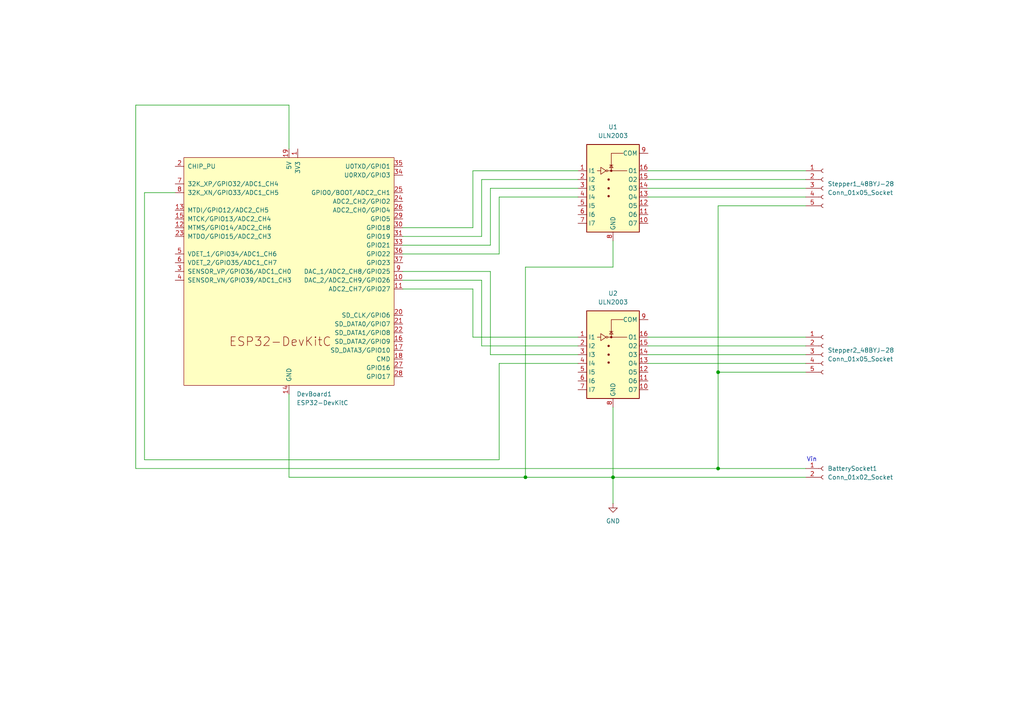
<source format=kicad_sch>
(kicad_sch
	(version 20231120)
	(generator "eeschema")
	(generator_version "8.0")
	(uuid "249b1823-d36b-4066-a894-3c9c5b875b6d")
	(paper "A4")
	(title_block
		(title "Assembly Line : Drone V1")
		(date "2024-03-05")
	)
	(lib_symbols
		(symbol "Connector:Conn_01x02_Socket"
			(pin_names
				(offset 1.016) hide)
			(exclude_from_sim no)
			(in_bom yes)
			(on_board yes)
			(property "Reference" "J"
				(at 0 2.54 0)
				(effects
					(font
						(size 1.27 1.27)
					)
				)
			)
			(property "Value" "Conn_01x02_Socket"
				(at 0 -5.08 0)
				(effects
					(font
						(size 1.27 1.27)
					)
				)
			)
			(property "Footprint" ""
				(at 0 0 0)
				(effects
					(font
						(size 1.27 1.27)
					)
					(hide yes)
				)
			)
			(property "Datasheet" "~"
				(at 0 0 0)
				(effects
					(font
						(size 1.27 1.27)
					)
					(hide yes)
				)
			)
			(property "Description" "Generic connector, single row, 01x02, script generated"
				(at 0 0 0)
				(effects
					(font
						(size 1.27 1.27)
					)
					(hide yes)
				)
			)
			(property "ki_locked" ""
				(at 0 0 0)
				(effects
					(font
						(size 1.27 1.27)
					)
				)
			)
			(property "ki_keywords" "connector"
				(at 0 0 0)
				(effects
					(font
						(size 1.27 1.27)
					)
					(hide yes)
				)
			)
			(property "ki_fp_filters" "Connector*:*_1x??_*"
				(at 0 0 0)
				(effects
					(font
						(size 1.27 1.27)
					)
					(hide yes)
				)
			)
			(symbol "Conn_01x02_Socket_1_1"
				(arc
					(start 0 -2.032)
					(mid -0.5058 -2.54)
					(end 0 -3.048)
					(stroke
						(width 0.1524)
						(type default)
					)
					(fill
						(type none)
					)
				)
				(polyline
					(pts
						(xy -1.27 -2.54) (xy -0.508 -2.54)
					)
					(stroke
						(width 0.1524)
						(type default)
					)
					(fill
						(type none)
					)
				)
				(polyline
					(pts
						(xy -1.27 0) (xy -0.508 0)
					)
					(stroke
						(width 0.1524)
						(type default)
					)
					(fill
						(type none)
					)
				)
				(arc
					(start 0 0.508)
					(mid -0.5058 0)
					(end 0 -0.508)
					(stroke
						(width 0.1524)
						(type default)
					)
					(fill
						(type none)
					)
				)
				(pin passive line
					(at -5.08 0 0)
					(length 3.81)
					(name "Pin_1"
						(effects
							(font
								(size 1.27 1.27)
							)
						)
					)
					(number "1"
						(effects
							(font
								(size 1.27 1.27)
							)
						)
					)
				)
				(pin passive line
					(at -5.08 -2.54 0)
					(length 3.81)
					(name "Pin_2"
						(effects
							(font
								(size 1.27 1.27)
							)
						)
					)
					(number "2"
						(effects
							(font
								(size 1.27 1.27)
							)
						)
					)
				)
			)
		)
		(symbol "Connector:Conn_01x05_Socket"
			(pin_names
				(offset 1.016) hide)
			(exclude_from_sim no)
			(in_bom yes)
			(on_board yes)
			(property "Reference" "J"
				(at 0 7.62 0)
				(effects
					(font
						(size 1.27 1.27)
					)
				)
			)
			(property "Value" "Conn_01x05_Socket"
				(at 0 -7.62 0)
				(effects
					(font
						(size 1.27 1.27)
					)
				)
			)
			(property "Footprint" ""
				(at 0 0 0)
				(effects
					(font
						(size 1.27 1.27)
					)
					(hide yes)
				)
			)
			(property "Datasheet" "~"
				(at 0 0 0)
				(effects
					(font
						(size 1.27 1.27)
					)
					(hide yes)
				)
			)
			(property "Description" "Generic connector, single row, 01x05, script generated"
				(at 0 0 0)
				(effects
					(font
						(size 1.27 1.27)
					)
					(hide yes)
				)
			)
			(property "ki_locked" ""
				(at 0 0 0)
				(effects
					(font
						(size 1.27 1.27)
					)
				)
			)
			(property "ki_keywords" "connector"
				(at 0 0 0)
				(effects
					(font
						(size 1.27 1.27)
					)
					(hide yes)
				)
			)
			(property "ki_fp_filters" "Connector*:*_1x??_*"
				(at 0 0 0)
				(effects
					(font
						(size 1.27 1.27)
					)
					(hide yes)
				)
			)
			(symbol "Conn_01x05_Socket_1_1"
				(arc
					(start 0 -4.572)
					(mid -0.5058 -5.08)
					(end 0 -5.588)
					(stroke
						(width 0.1524)
						(type default)
					)
					(fill
						(type none)
					)
				)
				(arc
					(start 0 -2.032)
					(mid -0.5058 -2.54)
					(end 0 -3.048)
					(stroke
						(width 0.1524)
						(type default)
					)
					(fill
						(type none)
					)
				)
				(polyline
					(pts
						(xy -1.27 -5.08) (xy -0.508 -5.08)
					)
					(stroke
						(width 0.1524)
						(type default)
					)
					(fill
						(type none)
					)
				)
				(polyline
					(pts
						(xy -1.27 -2.54) (xy -0.508 -2.54)
					)
					(stroke
						(width 0.1524)
						(type default)
					)
					(fill
						(type none)
					)
				)
				(polyline
					(pts
						(xy -1.27 0) (xy -0.508 0)
					)
					(stroke
						(width 0.1524)
						(type default)
					)
					(fill
						(type none)
					)
				)
				(polyline
					(pts
						(xy -1.27 2.54) (xy -0.508 2.54)
					)
					(stroke
						(width 0.1524)
						(type default)
					)
					(fill
						(type none)
					)
				)
				(polyline
					(pts
						(xy -1.27 5.08) (xy -0.508 5.08)
					)
					(stroke
						(width 0.1524)
						(type default)
					)
					(fill
						(type none)
					)
				)
				(arc
					(start 0 0.508)
					(mid -0.5058 0)
					(end 0 -0.508)
					(stroke
						(width 0.1524)
						(type default)
					)
					(fill
						(type none)
					)
				)
				(arc
					(start 0 3.048)
					(mid -0.5058 2.54)
					(end 0 2.032)
					(stroke
						(width 0.1524)
						(type default)
					)
					(fill
						(type none)
					)
				)
				(arc
					(start 0 5.588)
					(mid -0.5058 5.08)
					(end 0 4.572)
					(stroke
						(width 0.1524)
						(type default)
					)
					(fill
						(type none)
					)
				)
				(pin passive line
					(at -5.08 5.08 0)
					(length 3.81)
					(name "Pin_1"
						(effects
							(font
								(size 1.27 1.27)
							)
						)
					)
					(number "1"
						(effects
							(font
								(size 1.27 1.27)
							)
						)
					)
				)
				(pin passive line
					(at -5.08 2.54 0)
					(length 3.81)
					(name "Pin_2"
						(effects
							(font
								(size 1.27 1.27)
							)
						)
					)
					(number "2"
						(effects
							(font
								(size 1.27 1.27)
							)
						)
					)
				)
				(pin passive line
					(at -5.08 0 0)
					(length 3.81)
					(name "Pin_3"
						(effects
							(font
								(size 1.27 1.27)
							)
						)
					)
					(number "3"
						(effects
							(font
								(size 1.27 1.27)
							)
						)
					)
				)
				(pin passive line
					(at -5.08 -2.54 0)
					(length 3.81)
					(name "Pin_4"
						(effects
							(font
								(size 1.27 1.27)
							)
						)
					)
					(number "4"
						(effects
							(font
								(size 1.27 1.27)
							)
						)
					)
				)
				(pin passive line
					(at -5.08 -5.08 0)
					(length 3.81)
					(name "Pin_5"
						(effects
							(font
								(size 1.27 1.27)
							)
						)
					)
					(number "5"
						(effects
							(font
								(size 1.27 1.27)
							)
						)
					)
				)
			)
		)
		(symbol "PCM_Espressif:ESP32-DevKitC"
			(pin_names
				(offset 1.016)
			)
			(exclude_from_sim no)
			(in_bom yes)
			(on_board yes)
			(property "Reference" "U"
				(at -30.48 38.1 0)
				(effects
					(font
						(size 1.27 1.27)
					)
					(justify left)
				)
			)
			(property "Value" "ESP32-DevKitC"
				(at -30.48 35.56 0)
				(effects
					(font
						(size 1.27 1.27)
					)
					(justify left)
				)
			)
			(property "Footprint" "PCM_Espressif:ESP32-DevKitC"
				(at 0 -43.18 0)
				(effects
					(font
						(size 1.27 1.27)
					)
					(hide yes)
				)
			)
			(property "Datasheet" "https://docs.espressif.com/projects/esp-idf/zh_CN/latest/esp32/hw-reference/esp32/get-started-devkitc.html"
				(at 0 -45.72 0)
				(effects
					(font
						(size 1.27 1.27)
					)
					(hide yes)
				)
			)
			(property "Description" "Development Kit"
				(at 0 0 0)
				(effects
					(font
						(size 1.27 1.27)
					)
					(hide yes)
				)
			)
			(property "ki_keywords" "ESP32"
				(at 0 0 0)
				(effects
					(font
						(size 1.27 1.27)
					)
					(hide yes)
				)
			)
			(symbol "ESP32-DevKitC_0_0"
				(text "ESP32-DevKitC"
					(at -2.54 -20.32 0)
					(effects
						(font
							(size 2.54 2.54)
						)
					)
				)
				(pin power_in line
					(at 0 -35.56 90)
					(length 2.54)
					(name "GND"
						(effects
							(font
								(size 1.27 1.27)
							)
						)
					)
					(number "14"
						(effects
							(font
								(size 1.27 1.27)
							)
						)
					)
				)
				(pin power_in line
					(at 0 35.56 270)
					(length 2.54)
					(name "5V"
						(effects
							(font
								(size 1.27 1.27)
							)
						)
					)
					(number "19"
						(effects
							(font
								(size 1.27 1.27)
							)
						)
					)
				)
			)
			(symbol "ESP32-DevKitC_0_1"
				(rectangle
					(start -30.48 33.02)
					(end 30.48 -33.02)
					(stroke
						(width 0)
						(type default)
					)
					(fill
						(type background)
					)
				)
			)
			(symbol "ESP32-DevKitC_1_1"
				(pin power_in line
					(at 2.54 35.56 270)
					(length 2.54)
					(name "3V3"
						(effects
							(font
								(size 1.27 1.27)
							)
						)
					)
					(number "1"
						(effects
							(font
								(size 1.27 1.27)
							)
						)
					)
				)
				(pin bidirectional line
					(at 33.02 -2.54 180)
					(length 2.54)
					(name "DAC_2/ADC2_CH9/GPIO26"
						(effects
							(font
								(size 1.27 1.27)
							)
						)
					)
					(number "10"
						(effects
							(font
								(size 1.27 1.27)
							)
						)
					)
				)
				(pin bidirectional line
					(at 33.02 -5.08 180)
					(length 2.54)
					(name "ADC2_CH7/GPIO27"
						(effects
							(font
								(size 1.27 1.27)
							)
						)
					)
					(number "11"
						(effects
							(font
								(size 1.27 1.27)
							)
						)
					)
				)
				(pin bidirectional line
					(at -33.02 12.7 0)
					(length 2.54)
					(name "MTMS/GPIO14/ADC2_CH6"
						(effects
							(font
								(size 1.27 1.27)
							)
						)
					)
					(number "12"
						(effects
							(font
								(size 1.27 1.27)
							)
						)
					)
				)
				(pin bidirectional line
					(at -33.02 17.78 0)
					(length 2.54)
					(name "MTDI/GPIO12/ADC2_CH5"
						(effects
							(font
								(size 1.27 1.27)
							)
						)
					)
					(number "13"
						(effects
							(font
								(size 1.27 1.27)
							)
						)
					)
				)
				(pin bidirectional line
					(at -33.02 15.24 0)
					(length 2.54)
					(name "MTCK/GPIO13/ADC2_CH4"
						(effects
							(font
								(size 1.27 1.27)
							)
						)
					)
					(number "15"
						(effects
							(font
								(size 1.27 1.27)
							)
						)
					)
				)
				(pin bidirectional line
					(at 33.02 -20.32 180)
					(length 2.54)
					(name "SD_DATA2/GPIO9"
						(effects
							(font
								(size 1.27 1.27)
							)
						)
					)
					(number "16"
						(effects
							(font
								(size 1.27 1.27)
							)
						)
					)
				)
				(pin bidirectional line
					(at 33.02 -22.86 180)
					(length 2.54)
					(name "SD_DATA3/GPIO10"
						(effects
							(font
								(size 1.27 1.27)
							)
						)
					)
					(number "17"
						(effects
							(font
								(size 1.27 1.27)
							)
						)
					)
				)
				(pin bidirectional line
					(at 33.02 -25.4 180)
					(length 2.54)
					(name "CMD"
						(effects
							(font
								(size 1.27 1.27)
							)
						)
					)
					(number "18"
						(effects
							(font
								(size 1.27 1.27)
							)
						)
					)
				)
				(pin input line
					(at -33.02 30.48 0)
					(length 2.54)
					(name "CHIP_PU"
						(effects
							(font
								(size 1.27 1.27)
							)
						)
					)
					(number "2"
						(effects
							(font
								(size 1.27 1.27)
							)
						)
					)
				)
				(pin bidirectional line
					(at 33.02 -12.7 180)
					(length 2.54)
					(name "SD_CLK/GPIO6"
						(effects
							(font
								(size 1.27 1.27)
							)
						)
					)
					(number "20"
						(effects
							(font
								(size 1.27 1.27)
							)
						)
					)
				)
				(pin bidirectional line
					(at 33.02 -15.24 180)
					(length 2.54)
					(name "SD_DATA0/GPIO7"
						(effects
							(font
								(size 1.27 1.27)
							)
						)
					)
					(number "21"
						(effects
							(font
								(size 1.27 1.27)
							)
						)
					)
				)
				(pin bidirectional line
					(at 33.02 -17.78 180)
					(length 2.54)
					(name "SD_DATA1/GPIO8"
						(effects
							(font
								(size 1.27 1.27)
							)
						)
					)
					(number "22"
						(effects
							(font
								(size 1.27 1.27)
							)
						)
					)
				)
				(pin bidirectional line
					(at -33.02 10.16 0)
					(length 2.54)
					(name "MTDO/GPIO15/ADC2_CH3"
						(effects
							(font
								(size 1.27 1.27)
							)
						)
					)
					(number "23"
						(effects
							(font
								(size 1.27 1.27)
							)
						)
					)
				)
				(pin bidirectional line
					(at 33.02 20.32 180)
					(length 2.54)
					(name "ADC2_CH2/GPIO2"
						(effects
							(font
								(size 1.27 1.27)
							)
						)
					)
					(number "24"
						(effects
							(font
								(size 1.27 1.27)
							)
						)
					)
				)
				(pin bidirectional line
					(at 33.02 22.86 180)
					(length 2.54)
					(name "GPIO0/BOOT/ADC2_CH1"
						(effects
							(font
								(size 1.27 1.27)
							)
						)
					)
					(number "25"
						(effects
							(font
								(size 1.27 1.27)
							)
						)
					)
				)
				(pin bidirectional line
					(at 33.02 17.78 180)
					(length 2.54)
					(name "ADC2_CH0/GPIO4"
						(effects
							(font
								(size 1.27 1.27)
							)
						)
					)
					(number "26"
						(effects
							(font
								(size 1.27 1.27)
							)
						)
					)
				)
				(pin bidirectional line
					(at 33.02 -27.94 180)
					(length 2.54)
					(name "GPIO16"
						(effects
							(font
								(size 1.27 1.27)
							)
						)
					)
					(number "27"
						(effects
							(font
								(size 1.27 1.27)
							)
						)
					)
				)
				(pin bidirectional line
					(at 33.02 -30.48 180)
					(length 2.54)
					(name "GPIO17"
						(effects
							(font
								(size 1.27 1.27)
							)
						)
					)
					(number "28"
						(effects
							(font
								(size 1.27 1.27)
							)
						)
					)
				)
				(pin bidirectional line
					(at 33.02 15.24 180)
					(length 2.54)
					(name "GPIO5"
						(effects
							(font
								(size 1.27 1.27)
							)
						)
					)
					(number "29"
						(effects
							(font
								(size 1.27 1.27)
							)
						)
					)
				)
				(pin input line
					(at -33.02 0 0)
					(length 2.54)
					(name "SENSOR_VP/GPIO36/ADC1_CH0"
						(effects
							(font
								(size 1.27 1.27)
							)
						)
					)
					(number "3"
						(effects
							(font
								(size 1.27 1.27)
							)
						)
					)
				)
				(pin bidirectional line
					(at 33.02 12.7 180)
					(length 2.54)
					(name "GPIO18"
						(effects
							(font
								(size 1.27 1.27)
							)
						)
					)
					(number "30"
						(effects
							(font
								(size 1.27 1.27)
							)
						)
					)
				)
				(pin bidirectional line
					(at 33.02 10.16 180)
					(length 2.54)
					(name "GPIO19"
						(effects
							(font
								(size 1.27 1.27)
							)
						)
					)
					(number "31"
						(effects
							(font
								(size 1.27 1.27)
							)
						)
					)
				)
				(pin passive line
					(at 0 -35.56 90)
					(length 2.54) hide
					(name "GND"
						(effects
							(font
								(size 1.27 1.27)
							)
						)
					)
					(number "32"
						(effects
							(font
								(size 1.27 1.27)
							)
						)
					)
				)
				(pin bidirectional line
					(at 33.02 7.62 180)
					(length 2.54)
					(name "GPIO21"
						(effects
							(font
								(size 1.27 1.27)
							)
						)
					)
					(number "33"
						(effects
							(font
								(size 1.27 1.27)
							)
						)
					)
				)
				(pin bidirectional line
					(at 33.02 27.94 180)
					(length 2.54)
					(name "U0RXD/GPIO3"
						(effects
							(font
								(size 1.27 1.27)
							)
						)
					)
					(number "34"
						(effects
							(font
								(size 1.27 1.27)
							)
						)
					)
				)
				(pin bidirectional line
					(at 33.02 30.48 180)
					(length 2.54)
					(name "U0TXD/GPIO1"
						(effects
							(font
								(size 1.27 1.27)
							)
						)
					)
					(number "35"
						(effects
							(font
								(size 1.27 1.27)
							)
						)
					)
				)
				(pin bidirectional line
					(at 33.02 5.08 180)
					(length 2.54)
					(name "GPIO22"
						(effects
							(font
								(size 1.27 1.27)
							)
						)
					)
					(number "36"
						(effects
							(font
								(size 1.27 1.27)
							)
						)
					)
				)
				(pin bidirectional line
					(at 33.02 2.54 180)
					(length 2.54)
					(name "GPIO23"
						(effects
							(font
								(size 1.27 1.27)
							)
						)
					)
					(number "37"
						(effects
							(font
								(size 1.27 1.27)
							)
						)
					)
				)
				(pin passive line
					(at 0 -35.56 90)
					(length 2.54) hide
					(name "GND"
						(effects
							(font
								(size 1.27 1.27)
							)
						)
					)
					(number "38"
						(effects
							(font
								(size 1.27 1.27)
							)
						)
					)
				)
				(pin input line
					(at -33.02 -2.54 0)
					(length 2.54)
					(name "SENSOR_VN/GPIO39/ADC1_CH3"
						(effects
							(font
								(size 1.27 1.27)
							)
						)
					)
					(number "4"
						(effects
							(font
								(size 1.27 1.27)
							)
						)
					)
				)
				(pin input line
					(at -33.02 5.08 0)
					(length 2.54)
					(name "VDET_1/GPIO34/ADC1_CH6"
						(effects
							(font
								(size 1.27 1.27)
							)
						)
					)
					(number "5"
						(effects
							(font
								(size 1.27 1.27)
							)
						)
					)
				)
				(pin input line
					(at -33.02 2.54 0)
					(length 2.54)
					(name "VDET_2/GPIO35/ADC1_CH7"
						(effects
							(font
								(size 1.27 1.27)
							)
						)
					)
					(number "6"
						(effects
							(font
								(size 1.27 1.27)
							)
						)
					)
				)
				(pin bidirectional line
					(at -33.02 25.4 0)
					(length 2.54)
					(name "32K_XP/GPIO32/ADC1_CH4"
						(effects
							(font
								(size 1.27 1.27)
							)
						)
					)
					(number "7"
						(effects
							(font
								(size 1.27 1.27)
							)
						)
					)
				)
				(pin bidirectional line
					(at -33.02 22.86 0)
					(length 2.54)
					(name "32K_XN/GPIO33/ADC1_CH5"
						(effects
							(font
								(size 1.27 1.27)
							)
						)
					)
					(number "8"
						(effects
							(font
								(size 1.27 1.27)
							)
						)
					)
				)
				(pin bidirectional line
					(at 33.02 0 180)
					(length 2.54)
					(name "DAC_1/ADC2_CH8/GPIO25"
						(effects
							(font
								(size 1.27 1.27)
							)
						)
					)
					(number "9"
						(effects
							(font
								(size 1.27 1.27)
							)
						)
					)
				)
			)
		)
		(symbol "Transistor_Array:ULN2003"
			(exclude_from_sim no)
			(in_bom yes)
			(on_board yes)
			(property "Reference" "U"
				(at 0 15.875 0)
				(effects
					(font
						(size 1.27 1.27)
					)
				)
			)
			(property "Value" "ULN2003"
				(at 0 13.97 0)
				(effects
					(font
						(size 1.27 1.27)
					)
				)
			)
			(property "Footprint" ""
				(at 1.27 -13.97 0)
				(effects
					(font
						(size 1.27 1.27)
					)
					(justify left)
					(hide yes)
				)
			)
			(property "Datasheet" "http://www.ti.com/lit/ds/symlink/uln2003a.pdf"
				(at 2.54 -5.08 0)
				(effects
					(font
						(size 1.27 1.27)
					)
					(hide yes)
				)
			)
			(property "Description" "High Voltage, High Current Darlington Transistor Arrays, SOIC16/SOIC16W/DIP16/TSSOP16"
				(at 0 0 0)
				(effects
					(font
						(size 1.27 1.27)
					)
					(hide yes)
				)
			)
			(property "ki_keywords" "darlington transistor array"
				(at 0 0 0)
				(effects
					(font
						(size 1.27 1.27)
					)
					(hide yes)
				)
			)
			(property "ki_fp_filters" "DIP*W7.62mm* SOIC*3.9x9.9mm*P1.27mm* SSOP*4.4x5.2mm*P0.65mm* TSSOP*4.4x5mm*P0.65mm* SOIC*W*5.3x10.2mm*P1.27mm*"
				(at 0 0 0)
				(effects
					(font
						(size 1.27 1.27)
					)
					(hide yes)
				)
			)
			(symbol "ULN2003_0_1"
				(rectangle
					(start -7.62 -12.7)
					(end 7.62 12.7)
					(stroke
						(width 0.254)
						(type default)
					)
					(fill
						(type background)
					)
				)
				(circle
					(center -1.778 5.08)
					(radius 0.254)
					(stroke
						(width 0)
						(type default)
					)
					(fill
						(type none)
					)
				)
				(circle
					(center -1.27 -2.286)
					(radius 0.254)
					(stroke
						(width 0)
						(type default)
					)
					(fill
						(type outline)
					)
				)
				(circle
					(center -1.27 0)
					(radius 0.254)
					(stroke
						(width 0)
						(type default)
					)
					(fill
						(type outline)
					)
				)
				(circle
					(center -1.27 2.54)
					(radius 0.254)
					(stroke
						(width 0)
						(type default)
					)
					(fill
						(type outline)
					)
				)
				(circle
					(center -0.508 5.08)
					(radius 0.254)
					(stroke
						(width 0)
						(type default)
					)
					(fill
						(type outline)
					)
				)
				(polyline
					(pts
						(xy -4.572 5.08) (xy -3.556 5.08)
					)
					(stroke
						(width 0)
						(type default)
					)
					(fill
						(type none)
					)
				)
				(polyline
					(pts
						(xy -1.524 5.08) (xy 4.064 5.08)
					)
					(stroke
						(width 0)
						(type default)
					)
					(fill
						(type none)
					)
				)
				(polyline
					(pts
						(xy 0 6.731) (xy -1.016 6.731)
					)
					(stroke
						(width 0)
						(type default)
					)
					(fill
						(type none)
					)
				)
				(polyline
					(pts
						(xy -0.508 5.08) (xy -0.508 10.16) (xy 2.921 10.16)
					)
					(stroke
						(width 0)
						(type default)
					)
					(fill
						(type none)
					)
				)
				(polyline
					(pts
						(xy -3.556 6.096) (xy -3.556 4.064) (xy -2.032 5.08) (xy -3.556 6.096)
					)
					(stroke
						(width 0)
						(type default)
					)
					(fill
						(type none)
					)
				)
				(polyline
					(pts
						(xy 0 5.969) (xy -1.016 5.969) (xy -0.508 6.731) (xy 0 5.969)
					)
					(stroke
						(width 0)
						(type default)
					)
					(fill
						(type none)
					)
				)
			)
			(symbol "ULN2003_1_1"
				(pin input line
					(at -10.16 5.08 0)
					(length 2.54)
					(name "I1"
						(effects
							(font
								(size 1.27 1.27)
							)
						)
					)
					(number "1"
						(effects
							(font
								(size 1.27 1.27)
							)
						)
					)
				)
				(pin open_collector line
					(at 10.16 -10.16 180)
					(length 2.54)
					(name "O7"
						(effects
							(font
								(size 1.27 1.27)
							)
						)
					)
					(number "10"
						(effects
							(font
								(size 1.27 1.27)
							)
						)
					)
				)
				(pin open_collector line
					(at 10.16 -7.62 180)
					(length 2.54)
					(name "O6"
						(effects
							(font
								(size 1.27 1.27)
							)
						)
					)
					(number "11"
						(effects
							(font
								(size 1.27 1.27)
							)
						)
					)
				)
				(pin open_collector line
					(at 10.16 -5.08 180)
					(length 2.54)
					(name "O5"
						(effects
							(font
								(size 1.27 1.27)
							)
						)
					)
					(number "12"
						(effects
							(font
								(size 1.27 1.27)
							)
						)
					)
				)
				(pin open_collector line
					(at 10.16 -2.54 180)
					(length 2.54)
					(name "O4"
						(effects
							(font
								(size 1.27 1.27)
							)
						)
					)
					(number "13"
						(effects
							(font
								(size 1.27 1.27)
							)
						)
					)
				)
				(pin open_collector line
					(at 10.16 0 180)
					(length 2.54)
					(name "O3"
						(effects
							(font
								(size 1.27 1.27)
							)
						)
					)
					(number "14"
						(effects
							(font
								(size 1.27 1.27)
							)
						)
					)
				)
				(pin open_collector line
					(at 10.16 2.54 180)
					(length 2.54)
					(name "O2"
						(effects
							(font
								(size 1.27 1.27)
							)
						)
					)
					(number "15"
						(effects
							(font
								(size 1.27 1.27)
							)
						)
					)
				)
				(pin open_collector line
					(at 10.16 5.08 180)
					(length 2.54)
					(name "O1"
						(effects
							(font
								(size 1.27 1.27)
							)
						)
					)
					(number "16"
						(effects
							(font
								(size 1.27 1.27)
							)
						)
					)
				)
				(pin input line
					(at -10.16 2.54 0)
					(length 2.54)
					(name "I2"
						(effects
							(font
								(size 1.27 1.27)
							)
						)
					)
					(number "2"
						(effects
							(font
								(size 1.27 1.27)
							)
						)
					)
				)
				(pin input line
					(at -10.16 0 0)
					(length 2.54)
					(name "I3"
						(effects
							(font
								(size 1.27 1.27)
							)
						)
					)
					(number "3"
						(effects
							(font
								(size 1.27 1.27)
							)
						)
					)
				)
				(pin input line
					(at -10.16 -2.54 0)
					(length 2.54)
					(name "I4"
						(effects
							(font
								(size 1.27 1.27)
							)
						)
					)
					(number "4"
						(effects
							(font
								(size 1.27 1.27)
							)
						)
					)
				)
				(pin input line
					(at -10.16 -5.08 0)
					(length 2.54)
					(name "I5"
						(effects
							(font
								(size 1.27 1.27)
							)
						)
					)
					(number "5"
						(effects
							(font
								(size 1.27 1.27)
							)
						)
					)
				)
				(pin input line
					(at -10.16 -7.62 0)
					(length 2.54)
					(name "I6"
						(effects
							(font
								(size 1.27 1.27)
							)
						)
					)
					(number "6"
						(effects
							(font
								(size 1.27 1.27)
							)
						)
					)
				)
				(pin input line
					(at -10.16 -10.16 0)
					(length 2.54)
					(name "I7"
						(effects
							(font
								(size 1.27 1.27)
							)
						)
					)
					(number "7"
						(effects
							(font
								(size 1.27 1.27)
							)
						)
					)
				)
				(pin power_in line
					(at 0 -15.24 90)
					(length 2.54)
					(name "GND"
						(effects
							(font
								(size 1.27 1.27)
							)
						)
					)
					(number "8"
						(effects
							(font
								(size 1.27 1.27)
							)
						)
					)
				)
				(pin passive line
					(at 10.16 10.16 180)
					(length 2.54)
					(name "COM"
						(effects
							(font
								(size 1.27 1.27)
							)
						)
					)
					(number "9"
						(effects
							(font
								(size 1.27 1.27)
							)
						)
					)
				)
			)
		)
		(symbol "power:GND"
			(power)
			(pin_numbers hide)
			(pin_names
				(offset 0) hide)
			(exclude_from_sim no)
			(in_bom yes)
			(on_board yes)
			(property "Reference" "#PWR"
				(at 0 -6.35 0)
				(effects
					(font
						(size 1.27 1.27)
					)
					(hide yes)
				)
			)
			(property "Value" "GND"
				(at 0 -3.81 0)
				(effects
					(font
						(size 1.27 1.27)
					)
				)
			)
			(property "Footprint" ""
				(at 0 0 0)
				(effects
					(font
						(size 1.27 1.27)
					)
					(hide yes)
				)
			)
			(property "Datasheet" ""
				(at 0 0 0)
				(effects
					(font
						(size 1.27 1.27)
					)
					(hide yes)
				)
			)
			(property "Description" "Power symbol creates a global label with name \"GND\" , ground"
				(at 0 0 0)
				(effects
					(font
						(size 1.27 1.27)
					)
					(hide yes)
				)
			)
			(property "ki_keywords" "global power"
				(at 0 0 0)
				(effects
					(font
						(size 1.27 1.27)
					)
					(hide yes)
				)
			)
			(symbol "GND_0_1"
				(polyline
					(pts
						(xy 0 0) (xy 0 -1.27) (xy 1.27 -1.27) (xy 0 -2.54) (xy -1.27 -1.27) (xy 0 -1.27)
					)
					(stroke
						(width 0)
						(type default)
					)
					(fill
						(type none)
					)
				)
			)
			(symbol "GND_1_1"
				(pin power_in line
					(at 0 0 270)
					(length 0)
					(name "~"
						(effects
							(font
								(size 1.27 1.27)
							)
						)
					)
					(number "1"
						(effects
							(font
								(size 1.27 1.27)
							)
						)
					)
				)
			)
		)
	)
	(junction
		(at 152.4 138.43)
		(diameter 0)
		(color 0 0 0 0)
		(uuid "4d46a775-337d-4909-8beb-7879a73ae362")
	)
	(junction
		(at 208.28 135.89)
		(diameter 0)
		(color 0 0 0 0)
		(uuid "5ff5ed2a-72bb-4312-b266-78a8e5ab12fa")
	)
	(junction
		(at 177.8 138.43)
		(diameter 0)
		(color 0 0 0 0)
		(uuid "9552b5ea-9506-4d92-a31b-ce9ecc0213ff")
	)
	(junction
		(at 208.28 107.95)
		(diameter 0)
		(color 0 0 0 0)
		(uuid "b228597c-b08c-46b8-9847-ed67a38280c5")
	)
	(wire
		(pts
			(xy 152.4 77.47) (xy 152.4 138.43)
		)
		(stroke
			(width 0)
			(type default)
		)
		(uuid "06755c65-ac62-420f-887b-8011bd2014b9")
	)
	(wire
		(pts
			(xy 144.78 57.15) (xy 167.64 57.15)
		)
		(stroke
			(width 0)
			(type default)
		)
		(uuid "08634318-9948-4e9b-9ce0-6fa3a5c77c39")
	)
	(wire
		(pts
			(xy 142.24 78.74) (xy 116.84 78.74)
		)
		(stroke
			(width 0)
			(type default)
		)
		(uuid "1125d3a2-a8db-4888-98be-c27a09e0a1a4")
	)
	(wire
		(pts
			(xy 39.37 135.89) (xy 39.37 30.48)
		)
		(stroke
			(width 0)
			(type default)
		)
		(uuid "179c4c56-1619-40d8-8941-3d50f1ab5fbb")
	)
	(wire
		(pts
			(xy 187.96 105.41) (xy 233.68 105.41)
		)
		(stroke
			(width 0)
			(type default)
		)
		(uuid "21e06c2f-8f79-41d4-8aeb-2a82bacfb38f")
	)
	(wire
		(pts
			(xy 167.64 102.87) (xy 142.24 102.87)
		)
		(stroke
			(width 0)
			(type default)
		)
		(uuid "26cc8c03-9b3b-4799-924a-c6e7aaf310d3")
	)
	(wire
		(pts
			(xy 167.64 105.41) (xy 144.78 105.41)
		)
		(stroke
			(width 0)
			(type default)
		)
		(uuid "2a706b1f-28cf-40fc-aa30-f08b89b332bc")
	)
	(wire
		(pts
			(xy 144.78 105.41) (xy 144.78 133.35)
		)
		(stroke
			(width 0)
			(type default)
		)
		(uuid "2f9290a6-ff69-46a9-bdef-eb96fa79f8f8")
	)
	(wire
		(pts
			(xy 139.7 100.33) (xy 167.64 100.33)
		)
		(stroke
			(width 0)
			(type default)
		)
		(uuid "2fa134de-e9fb-4ee6-871c-eec71abd4322")
	)
	(wire
		(pts
			(xy 187.96 49.53) (xy 233.68 49.53)
		)
		(stroke
			(width 0)
			(type default)
		)
		(uuid "352b1a57-76f4-4f00-bded-2239f3b448da")
	)
	(wire
		(pts
			(xy 39.37 30.48) (xy 83.82 30.48)
		)
		(stroke
			(width 0)
			(type default)
		)
		(uuid "3576f053-e60a-4783-a692-2bc9e22d48b0")
	)
	(wire
		(pts
			(xy 187.96 52.07) (xy 233.68 52.07)
		)
		(stroke
			(width 0)
			(type default)
		)
		(uuid "38732bb3-c2ff-4364-9876-14a192255077")
	)
	(wire
		(pts
			(xy 187.96 102.87) (xy 233.68 102.87)
		)
		(stroke
			(width 0)
			(type default)
		)
		(uuid "40804863-edfb-4803-949b-6f3bc5f8bd56")
	)
	(wire
		(pts
			(xy 83.82 30.48) (xy 83.82 43.18)
		)
		(stroke
			(width 0)
			(type default)
		)
		(uuid "44e7a6ba-9c6c-47ee-a8ec-2b84b9d5d21d")
	)
	(wire
		(pts
			(xy 177.8 138.43) (xy 177.8 118.11)
		)
		(stroke
			(width 0)
			(type default)
		)
		(uuid "460918e6-27c4-46ba-95e1-92b193923d6c")
	)
	(wire
		(pts
			(xy 116.84 81.28) (xy 139.7 81.28)
		)
		(stroke
			(width 0)
			(type default)
		)
		(uuid "4a33785f-7a0a-4943-831b-c3df5c18673f")
	)
	(wire
		(pts
			(xy 142.24 54.61) (xy 167.64 54.61)
		)
		(stroke
			(width 0)
			(type default)
		)
		(uuid "4d7b00db-982c-497d-88fa-c0ca2dda51f7")
	)
	(wire
		(pts
			(xy 116.84 66.04) (xy 137.16 66.04)
		)
		(stroke
			(width 0)
			(type default)
		)
		(uuid "523f31f4-ca27-422d-95e9-befeed378b15")
	)
	(wire
		(pts
			(xy 152.4 138.43) (xy 177.8 138.43)
		)
		(stroke
			(width 0)
			(type default)
		)
		(uuid "5c8744d6-ffaa-4eaa-bb1e-4bbcd4fd92cc")
	)
	(wire
		(pts
			(xy 187.96 57.15) (xy 233.68 57.15)
		)
		(stroke
			(width 0)
			(type default)
		)
		(uuid "62817f15-2228-44d6-a27a-ed28ad69438a")
	)
	(wire
		(pts
			(xy 137.16 66.04) (xy 137.16 49.53)
		)
		(stroke
			(width 0)
			(type default)
		)
		(uuid "6732966c-6a9a-4ce4-be6d-5e1e68efcfff")
	)
	(wire
		(pts
			(xy 208.28 135.89) (xy 208.28 107.95)
		)
		(stroke
			(width 0)
			(type default)
		)
		(uuid "6964c87f-55a8-4a8c-974b-4476441e1fcd")
	)
	(wire
		(pts
			(xy 41.91 55.88) (xy 50.8 55.88)
		)
		(stroke
			(width 0)
			(type default)
		)
		(uuid "6b171699-4c5d-4121-a0d1-092acaee0570")
	)
	(wire
		(pts
			(xy 137.16 49.53) (xy 167.64 49.53)
		)
		(stroke
			(width 0)
			(type default)
		)
		(uuid "6cf4315d-b271-4d8b-8d97-e0f9bb18d3a8")
	)
	(wire
		(pts
			(xy 139.7 52.07) (xy 139.7 68.58)
		)
		(stroke
			(width 0)
			(type default)
		)
		(uuid "6dc08d8b-1698-4c44-b759-50d0d57cf9f0")
	)
	(wire
		(pts
			(xy 208.28 59.69) (xy 233.68 59.69)
		)
		(stroke
			(width 0)
			(type default)
		)
		(uuid "73e2bb08-370d-4d4e-b34a-ef6728005af7")
	)
	(wire
		(pts
			(xy 116.84 71.12) (xy 142.24 71.12)
		)
		(stroke
			(width 0)
			(type default)
		)
		(uuid "7489d570-c18d-40e0-8d72-c57dbcfa7d61")
	)
	(wire
		(pts
			(xy 177.8 138.43) (xy 177.8 146.05)
		)
		(stroke
			(width 0)
			(type default)
		)
		(uuid "7c358052-be45-4dc0-a3eb-61229aedbb38")
	)
	(wire
		(pts
			(xy 41.91 133.35) (xy 41.91 55.88)
		)
		(stroke
			(width 0)
			(type default)
		)
		(uuid "7f3ce9b5-410f-40bf-9d5c-450c867626e1")
	)
	(wire
		(pts
			(xy 187.96 54.61) (xy 233.68 54.61)
		)
		(stroke
			(width 0)
			(type default)
		)
		(uuid "80882511-dbb7-46ad-be54-11ed260c73c6")
	)
	(wire
		(pts
			(xy 137.16 83.82) (xy 116.84 83.82)
		)
		(stroke
			(width 0)
			(type default)
		)
		(uuid "878be9bd-404d-474a-ae7b-9122bd24cc90")
	)
	(wire
		(pts
			(xy 144.78 73.66) (xy 116.84 73.66)
		)
		(stroke
			(width 0)
			(type default)
		)
		(uuid "8a8c6c5d-0151-447a-839b-53c2ded4052b")
	)
	(wire
		(pts
			(xy 144.78 133.35) (xy 41.91 133.35)
		)
		(stroke
			(width 0)
			(type default)
		)
		(uuid "97e06e7c-908d-46a2-ba44-c76752d2ecab")
	)
	(wire
		(pts
			(xy 83.82 138.43) (xy 152.4 138.43)
		)
		(stroke
			(width 0)
			(type default)
		)
		(uuid "9ee4d6e3-3a2f-49b7-94d6-8717a6edcf25")
	)
	(wire
		(pts
			(xy 137.16 97.79) (xy 137.16 83.82)
		)
		(stroke
			(width 0)
			(type default)
		)
		(uuid "ac9814f6-fac5-48e9-9a5b-18b6a857cec9")
	)
	(wire
		(pts
			(xy 187.96 100.33) (xy 233.68 100.33)
		)
		(stroke
			(width 0)
			(type default)
		)
		(uuid "acb0bdc5-7f08-496f-a572-49d0855fc9e4")
	)
	(wire
		(pts
			(xy 83.82 138.43) (xy 83.82 114.3)
		)
		(stroke
			(width 0)
			(type default)
		)
		(uuid "b2102c8d-d2ec-40cd-9437-9323f34fbd68")
	)
	(wire
		(pts
			(xy 233.68 135.89) (xy 208.28 135.89)
		)
		(stroke
			(width 0)
			(type default)
		)
		(uuid "b88cf2d5-4753-4569-96f4-3c02de46b76b")
	)
	(wire
		(pts
			(xy 167.64 97.79) (xy 137.16 97.79)
		)
		(stroke
			(width 0)
			(type default)
		)
		(uuid "bebbfe9e-f41a-4653-9673-d055746bd4cd")
	)
	(wire
		(pts
			(xy 208.28 107.95) (xy 233.68 107.95)
		)
		(stroke
			(width 0)
			(type default)
		)
		(uuid "bfe9b905-9bf4-40aa-9cbc-3f5973770a4c")
	)
	(wire
		(pts
			(xy 177.8 77.47) (xy 152.4 77.47)
		)
		(stroke
			(width 0)
			(type default)
		)
		(uuid "c2e3a569-00d1-4c57-a036-9e3b6c350f09")
	)
	(wire
		(pts
			(xy 177.8 138.43) (xy 233.68 138.43)
		)
		(stroke
			(width 0)
			(type default)
		)
		(uuid "cc2d43c9-9b4f-46e5-8dd2-007387d86610")
	)
	(wire
		(pts
			(xy 144.78 73.66) (xy 144.78 57.15)
		)
		(stroke
			(width 0)
			(type default)
		)
		(uuid "d338b166-2162-4a23-bd82-b58c4abe4d1e")
	)
	(wire
		(pts
			(xy 139.7 81.28) (xy 139.7 100.33)
		)
		(stroke
			(width 0)
			(type default)
		)
		(uuid "d6e6e8ff-c737-46da-9039-a7e637925a84")
	)
	(wire
		(pts
			(xy 116.84 68.58) (xy 139.7 68.58)
		)
		(stroke
			(width 0)
			(type default)
		)
		(uuid "d8691f50-f186-45f9-b703-5bdb2f8a8d7c")
	)
	(wire
		(pts
			(xy 167.64 52.07) (xy 139.7 52.07)
		)
		(stroke
			(width 0)
			(type default)
		)
		(uuid "df025a28-164d-4c38-a563-875db0b26af5")
	)
	(wire
		(pts
			(xy 177.8 69.85) (xy 177.8 77.47)
		)
		(stroke
			(width 0)
			(type default)
		)
		(uuid "e9f15eb6-f6d4-4428-9033-0e8d48f1f91a")
	)
	(wire
		(pts
			(xy 208.28 135.89) (xy 39.37 135.89)
		)
		(stroke
			(width 0)
			(type default)
		)
		(uuid "ec3645a0-4258-4157-99c8-0af99818283d")
	)
	(wire
		(pts
			(xy 142.24 102.87) (xy 142.24 78.74)
		)
		(stroke
			(width 0)
			(type default)
		)
		(uuid "f4330155-894a-410a-9115-ddf3f3d513be")
	)
	(wire
		(pts
			(xy 142.24 71.12) (xy 142.24 54.61)
		)
		(stroke
			(width 0)
			(type default)
		)
		(uuid "f6030c62-a505-45e5-aee7-05dfe8e8e22b")
	)
	(wire
		(pts
			(xy 208.28 107.95) (xy 208.28 59.69)
		)
		(stroke
			(width 0)
			(type default)
		)
		(uuid "fbef2066-5a9f-491c-aa0f-0716b8e5be92")
	)
	(wire
		(pts
			(xy 187.96 97.79) (xy 233.68 97.79)
		)
		(stroke
			(width 0)
			(type default)
		)
		(uuid "ff263650-a40f-4d82-a8a0-104a20b4a0eb")
	)
	(text "Vin"
		(exclude_from_sim no)
		(at 235.458 133.35 0)
		(effects
			(font
				(size 1.27 1.27)
			)
		)
		(uuid "de3f88e6-81b8-4bce-a21c-0ff58f0f0a83")
	)
	(symbol
		(lib_id "Connector:Conn_01x02_Socket")
		(at 238.76 135.89 0)
		(unit 1)
		(exclude_from_sim no)
		(in_bom yes)
		(on_board yes)
		(dnp no)
		(fields_autoplaced yes)
		(uuid "3f91ea48-1cde-4567-b06a-fe0b316869a9")
		(property "Reference" "BatterySocket1"
			(at 240.03 135.8899 0)
			(effects
				(font
					(size 1.27 1.27)
				)
				(justify left)
			)
		)
		(property "Value" "Conn_01x02_Socket"
			(at 240.03 138.4299 0)
			(effects
				(font
					(size 1.27 1.27)
				)
				(justify left)
			)
		)
		(property "Footprint" "Connector_JST:JST_XH_S2B-XH-A_1x02_P2.50mm_Horizontal"
			(at 238.76 135.89 0)
			(effects
				(font
					(size 1.27 1.27)
				)
				(hide yes)
			)
		)
		(property "Datasheet" "~"
			(at 238.76 135.89 0)
			(effects
				(font
					(size 1.27 1.27)
				)
				(hide yes)
			)
		)
		(property "Description" "Generic connector, single row, 01x02, script generated"
			(at 238.76 135.89 0)
			(effects
				(font
					(size 1.27 1.27)
				)
				(hide yes)
			)
		)
		(pin "2"
			(uuid "1d46f8de-190d-4fac-a970-0db438a53d90")
		)
		(pin "1"
			(uuid "cd4c109c-e01b-41b0-b1ed-52bbb2abec89")
		)
		(instances
			(project "PCB_Drone_THT"
				(path "/249b1823-d36b-4066-a894-3c9c5b875b6d"
					(reference "BatterySocket1")
					(unit 1)
				)
			)
		)
	)
	(symbol
		(lib_id "Connector:Conn_01x05_Socket")
		(at 238.76 54.61 0)
		(unit 1)
		(exclude_from_sim no)
		(in_bom yes)
		(on_board yes)
		(dnp no)
		(fields_autoplaced yes)
		(uuid "57a51521-a4e9-4eed-8924-ff67e3f1987b")
		(property "Reference" "Stepper1_48BYJ-28"
			(at 240.03 53.3399 0)
			(effects
				(font
					(size 1.27 1.27)
				)
				(justify left)
			)
		)
		(property "Value" "Conn_01x05_Socket"
			(at 240.03 55.8799 0)
			(effects
				(font
					(size 1.27 1.27)
				)
				(justify left)
			)
		)
		(property "Footprint" "Connector_JST:JST_XH_B5B-XH-A_1x05_P2.50mm_Vertical"
			(at 238.76 54.61 0)
			(effects
				(font
					(size 1.27 1.27)
				)
				(hide yes)
			)
		)
		(property "Datasheet" "~"
			(at 238.76 54.61 0)
			(effects
				(font
					(size 1.27 1.27)
				)
				(hide yes)
			)
		)
		(property "Description" "Generic connector, single row, 01x05, script generated"
			(at 238.76 54.61 0)
			(effects
				(font
					(size 1.27 1.27)
				)
				(hide yes)
			)
		)
		(pin "4"
			(uuid "91b84209-f5f4-4d15-9d45-e27cf0fc45c4")
		)
		(pin "5"
			(uuid "b50835fa-66a7-4097-a9c9-96f2fa86ec4c")
		)
		(pin "1"
			(uuid "338b50f2-f85c-418b-8789-53a1509898e9")
		)
		(pin "3"
			(uuid "e0b29d43-7c19-424e-ac69-b3332e4cf5a0")
		)
		(pin "2"
			(uuid "2d62a3c8-f7fa-4251-9ee8-a991c24d2384")
		)
		(instances
			(project "PCB_Drone_THT"
				(path "/249b1823-d36b-4066-a894-3c9c5b875b6d"
					(reference "Stepper1_48BYJ-28")
					(unit 1)
				)
			)
		)
	)
	(symbol
		(lib_id "PCM_Espressif:ESP32-DevKitC")
		(at 83.82 78.74 0)
		(unit 1)
		(exclude_from_sim no)
		(in_bom yes)
		(on_board yes)
		(dnp no)
		(fields_autoplaced yes)
		(uuid "6a1be338-1d99-455c-bb16-8476e4bc5755")
		(property "Reference" "DevBoard1"
			(at 86.0141 114.3 0)
			(effects
				(font
					(size 1.27 1.27)
				)
				(justify left)
			)
		)
		(property "Value" "ESP32-DevKitC"
			(at 86.0141 116.84 0)
			(effects
				(font
					(size 1.27 1.27)
				)
				(justify left)
			)
		)
		(property "Footprint" "PCM_Espressif:ESP32-DevKitC"
			(at 83.82 121.92 0)
			(effects
				(font
					(size 1.27 1.27)
				)
				(hide yes)
			)
		)
		(property "Datasheet" "https://docs.espressif.com/projects/esp-idf/zh_CN/latest/esp32/hw-reference/esp32/get-started-devkitc.html"
			(at 83.82 124.46 0)
			(effects
				(font
					(size 1.27 1.27)
				)
				(hide yes)
			)
		)
		(property "Description" "Development Kit"
			(at 83.82 78.74 0)
			(effects
				(font
					(size 1.27 1.27)
				)
				(hide yes)
			)
		)
		(pin "18"
			(uuid "a1b8e63f-3bcc-4940-8eb9-df815d451cfb")
		)
		(pin "23"
			(uuid "26ea6421-4e23-4e7d-9d70-9c84530cc245")
		)
		(pin "26"
			(uuid "b703bb5a-3058-465c-b0b1-05f45d7f1f28")
		)
		(pin "27"
			(uuid "1a4ad5e3-262d-4b9f-894a-f069a833eeb7")
		)
		(pin "29"
			(uuid "c6508bdc-48ae-4be1-b049-3337cc763491")
		)
		(pin "20"
			(uuid "0484e729-05bf-4ef3-9d23-c7cfd3a7c3b9")
		)
		(pin "22"
			(uuid "473d14e9-4625-4a94-8c49-22006030d0ed")
		)
		(pin "28"
			(uuid "430aa553-eb3b-4ec6-8415-cadbdce0e1aa")
		)
		(pin "1"
			(uuid "fd5dd9b2-9318-4116-818a-56070aad9d1a")
		)
		(pin "15"
			(uuid "a82d0a17-dc7e-4ef8-8033-4db688f5f6a5")
		)
		(pin "32"
			(uuid "e46ec8df-0d8b-47a7-a29f-4f8d5638953a")
		)
		(pin "8"
			(uuid "8e7aa358-f111-4c37-a710-0e2665a5a860")
		)
		(pin "17"
			(uuid "9892bbb3-ec8f-4fed-a080-bbeb985ca8ba")
		)
		(pin "24"
			(uuid "0c4f7f6a-8897-4a12-8ed0-7badfb60f136")
		)
		(pin "36"
			(uuid "65d4ab56-8a0a-4645-b43f-9c9e3ef898af")
		)
		(pin "4"
			(uuid "52f45b7b-ab7b-4579-bc72-926d4dd2eaf6")
		)
		(pin "7"
			(uuid "ff9457b6-b314-4edb-b0c8-5432250a49ea")
		)
		(pin "35"
			(uuid "5393ba39-5434-4dcf-afed-28062adac2c0")
		)
		(pin "2"
			(uuid "cc4b93ef-a44f-472e-b6c1-9fc8c174a42b")
		)
		(pin "11"
			(uuid "647e7307-41bc-459e-aa00-97def977fd68")
		)
		(pin "21"
			(uuid "5d7ac6ef-35b7-448b-b311-d6e5e51226e9")
		)
		(pin "10"
			(uuid "934bbbee-4a6d-442d-bcb7-cea7b6f35dda")
		)
		(pin "13"
			(uuid "47a13226-b673-4db9-9db9-d1b38096eae8")
		)
		(pin "6"
			(uuid "af7ac931-6210-4ed1-aefc-2a687d1a1b11")
		)
		(pin "37"
			(uuid "7fb9ed93-54bc-4607-8070-74a80b698688")
		)
		(pin "38"
			(uuid "7da26d0b-bff2-4b65-8e00-5919245b0927")
		)
		(pin "16"
			(uuid "b54b0633-e512-419f-a7e6-084d896fc393")
		)
		(pin "30"
			(uuid "d00eb1d9-f7a1-4eae-a461-4bcbbe22129a")
		)
		(pin "33"
			(uuid "d70ad80a-a1bc-4929-a27b-53e6b6b16245")
		)
		(pin "5"
			(uuid "62780081-8b6f-46e1-b97f-cb4eca1163b2")
		)
		(pin "25"
			(uuid "d135c52c-0fca-4096-9042-a9dfba6c4134")
		)
		(pin "34"
			(uuid "cc776c0e-b418-431b-bbf7-b81f64a3c539")
		)
		(pin "9"
			(uuid "1de6367c-01e7-4715-b64c-4bb9d70b1dfc")
		)
		(pin "14"
			(uuid "f461d514-ec26-4dc0-b0bf-2aca7357120b")
		)
		(pin "3"
			(uuid "5f681a41-9b8c-47fa-ac70-2c0876267596")
		)
		(pin "12"
			(uuid "f0d19e2e-9985-4715-81cf-914564eeb089")
		)
		(pin "31"
			(uuid "703e4d48-838d-4b20-8350-ec2107c95818")
		)
		(pin "19"
			(uuid "656ed1f4-9772-4888-9d35-c166a5ccd625")
		)
		(instances
			(project "PCB_Drone_THT"
				(path "/249b1823-d36b-4066-a894-3c9c5b875b6d"
					(reference "DevBoard1")
					(unit 1)
				)
			)
		)
	)
	(symbol
		(lib_id "Connector:Conn_01x05_Socket")
		(at 238.76 102.87 0)
		(unit 1)
		(exclude_from_sim no)
		(in_bom yes)
		(on_board yes)
		(dnp no)
		(fields_autoplaced yes)
		(uuid "953f44bb-5d2f-46f7-9cbc-56d661d8fe73")
		(property "Reference" "Stepper2_48BYJ-28"
			(at 240.03 101.5999 0)
			(effects
				(font
					(size 1.27 1.27)
				)
				(justify left)
			)
		)
		(property "Value" "Conn_01x05_Socket"
			(at 240.03 104.1399 0)
			(effects
				(font
					(size 1.27 1.27)
				)
				(justify left)
			)
		)
		(property "Footprint" "Connector_JST:JST_XH_B5B-XH-A_1x05_P2.50mm_Vertical"
			(at 238.76 102.87 0)
			(effects
				(font
					(size 1.27 1.27)
				)
				(hide yes)
			)
		)
		(property "Datasheet" "~"
			(at 238.76 102.87 0)
			(effects
				(font
					(size 1.27 1.27)
				)
				(hide yes)
			)
		)
		(property "Description" "Generic connector, single row, 01x05, script generated"
			(at 238.76 102.87 0)
			(effects
				(font
					(size 1.27 1.27)
				)
				(hide yes)
			)
		)
		(pin "4"
			(uuid "ff80eb58-06da-4c6a-bcc0-be1da071d14d")
		)
		(pin "5"
			(uuid "39b0f063-c900-4db7-8ea5-e78dcb467fe4")
		)
		(pin "1"
			(uuid "10d66f78-6f3c-4843-b4ce-ab9ec85e50ad")
		)
		(pin "3"
			(uuid "d3d530ac-82d1-41df-90dd-e8621614f969")
		)
		(pin "2"
			(uuid "81b5c24a-f5a0-4b2e-8106-31ee954b2b61")
		)
		(instances
			(project "PCB_Drone_THT"
				(path "/249b1823-d36b-4066-a894-3c9c5b875b6d"
					(reference "Stepper2_48BYJ-28")
					(unit 1)
				)
			)
		)
	)
	(symbol
		(lib_id "Transistor_Array:ULN2003")
		(at 177.8 54.61 0)
		(unit 1)
		(exclude_from_sim no)
		(in_bom yes)
		(on_board yes)
		(dnp no)
		(fields_autoplaced yes)
		(uuid "9bc026af-de20-48d2-8b83-d1b177813513")
		(property "Reference" "U1"
			(at 177.8 36.83 0)
			(effects
				(font
					(size 1.27 1.27)
				)
			)
		)
		(property "Value" "ULN2003"
			(at 177.8 39.37 0)
			(effects
				(font
					(size 1.27 1.27)
				)
			)
		)
		(property "Footprint" "Package_DIP:DIP-16_W7.62mm_Socket_LongPads"
			(at 179.07 68.58 0)
			(effects
				(font
					(size 1.27 1.27)
				)
				(justify left)
				(hide yes)
			)
		)
		(property "Datasheet" "http://www.ti.com/lit/ds/symlink/uln2003a.pdf"
			(at 180.34 59.69 0)
			(effects
				(font
					(size 1.27 1.27)
				)
				(hide yes)
			)
		)
		(property "Description" "High Voltage, High Current Darlington Transistor Arrays, SOIC16/SOIC16W/DIP16/TSSOP16"
			(at 177.8 54.61 0)
			(effects
				(font
					(size 1.27 1.27)
				)
				(hide yes)
			)
		)
		(pin "5"
			(uuid "9a25524a-44fc-4202-9ffc-ff00876826f8")
		)
		(pin "10"
			(uuid "5778b89b-a49b-449a-90b6-05148279fc2d")
		)
		(pin "12"
			(uuid "5fbefe9f-f9ef-4956-94e3-006f55640be8")
		)
		(pin "16"
			(uuid "4c3eefd8-12c5-49bd-9a23-d38025104ea3")
		)
		(pin "13"
			(uuid "df4ef218-252f-46d4-826f-a97be3caadb4")
		)
		(pin "1"
			(uuid "d48230d9-bcfb-4051-9cc1-8ffc9cc1143f")
		)
		(pin "6"
			(uuid "5dab0ab9-0d0b-4ee7-be06-9f6dd854f952")
		)
		(pin "7"
			(uuid "391f4fb5-c402-485a-9d80-3491151699a4")
		)
		(pin "15"
			(uuid "8ffbeb99-24da-4553-b390-51e7ea7e5ffc")
		)
		(pin "11"
			(uuid "2600aa90-e10f-4b9d-bf0f-bc7df319cfa0")
		)
		(pin "4"
			(uuid "b29b0591-54e4-4cf5-b122-10701d5c4633")
		)
		(pin "9"
			(uuid "fc152c68-e5e5-4fa4-8444-fe462ed2726c")
		)
		(pin "8"
			(uuid "e5632c56-8827-4e9c-9a18-e65b2f12d0c6")
		)
		(pin "3"
			(uuid "6934b357-fce9-4e07-b4a6-f1ac52665814")
		)
		(pin "2"
			(uuid "c6cc0a27-41b4-4825-bef8-b577551dabe8")
		)
		(pin "14"
			(uuid "7c040ad3-7876-4d57-a13a-312aa29b47c8")
		)
		(instances
			(project "PCB_Drone_THT"
				(path "/249b1823-d36b-4066-a894-3c9c5b875b6d"
					(reference "U1")
					(unit 1)
				)
			)
		)
	)
	(symbol
		(lib_id "power:GND")
		(at 177.8 146.05 0)
		(unit 1)
		(exclude_from_sim no)
		(in_bom yes)
		(on_board yes)
		(dnp no)
		(fields_autoplaced yes)
		(uuid "aabd66a0-f5be-412f-8b27-01972636df7e")
		(property "Reference" "#PWR01"
			(at 177.8 152.4 0)
			(effects
				(font
					(size 1.27 1.27)
				)
				(hide yes)
			)
		)
		(property "Value" "GND"
			(at 177.8 151.13 0)
			(effects
				(font
					(size 1.27 1.27)
				)
			)
		)
		(property "Footprint" ""
			(at 177.8 146.05 0)
			(effects
				(font
					(size 1.27 1.27)
				)
				(hide yes)
			)
		)
		(property "Datasheet" ""
			(at 177.8 146.05 0)
			(effects
				(font
					(size 1.27 1.27)
				)
				(hide yes)
			)
		)
		(property "Description" "Power symbol creates a global label with name \"GND\" , ground"
			(at 177.8 146.05 0)
			(effects
				(font
					(size 1.27 1.27)
				)
				(hide yes)
			)
		)
		(pin "1"
			(uuid "8c1fb83a-9716-4221-ab02-4fe78c45c727")
		)
		(instances
			(project "PCB_Drone_THT"
				(path "/249b1823-d36b-4066-a894-3c9c5b875b6d"
					(reference "#PWR01")
					(unit 1)
				)
			)
		)
	)
	(symbol
		(lib_id "Transistor_Array:ULN2003")
		(at 177.8 102.87 0)
		(unit 1)
		(exclude_from_sim no)
		(in_bom yes)
		(on_board yes)
		(dnp no)
		(fields_autoplaced yes)
		(uuid "bbb2bf33-e6c9-40fd-b761-9766aaaf3fcc")
		(property "Reference" "U2"
			(at 177.8 85.09 0)
			(effects
				(font
					(size 1.27 1.27)
				)
			)
		)
		(property "Value" "ULN2003"
			(at 177.8 87.63 0)
			(effects
				(font
					(size 1.27 1.27)
				)
			)
		)
		(property "Footprint" "Package_DIP:DIP-16_W7.62mm_Socket_LongPads"
			(at 179.07 116.84 0)
			(effects
				(font
					(size 1.27 1.27)
				)
				(justify left)
				(hide yes)
			)
		)
		(property "Datasheet" "http://www.ti.com/lit/ds/symlink/uln2003a.pdf"
			(at 180.34 107.95 0)
			(effects
				(font
					(size 1.27 1.27)
				)
				(hide yes)
			)
		)
		(property "Description" "High Voltage, High Current Darlington Transistor Arrays, SOIC16/SOIC16W/DIP16/TSSOP16"
			(at 177.8 102.87 0)
			(effects
				(font
					(size 1.27 1.27)
				)
				(hide yes)
			)
		)
		(pin "5"
			(uuid "06da3282-9c07-45e4-aa32-1f976f8e321c")
		)
		(pin "10"
			(uuid "17771ef4-481f-40f8-84c7-93163231305a")
		)
		(pin "12"
			(uuid "16379d5b-1b78-4666-988c-f42411c795ab")
		)
		(pin "16"
			(uuid "653aaf52-a4d7-4f1e-aa12-631b52764cfd")
		)
		(pin "13"
			(uuid "199d4891-fdde-4b3d-8b1a-ad84f1fc9bad")
		)
		(pin "1"
			(uuid "167087aa-67ee-43de-9a7d-4e1068c376c3")
		)
		(pin "6"
			(uuid "eba6f1e1-f255-42c8-b8ce-7c13ff5fe998")
		)
		(pin "7"
			(uuid "76dd3160-14ad-4dd1-a3c2-28ad2ea361ed")
		)
		(pin "15"
			(uuid "aa0bdeae-e051-45b1-bad2-a6e01d177b14")
		)
		(pin "11"
			(uuid "efefb744-b388-4c0f-a5f4-9c83c6d6dcf8")
		)
		(pin "4"
			(uuid "7832eaa1-4bf3-4d0c-9dd1-ee9082ab1b5e")
		)
		(pin "9"
			(uuid "a5d36dee-3af5-4b31-b74a-e497a3c78211")
		)
		(pin "8"
			(uuid "86e326ee-4fd4-4015-a0cb-9177a17c2eda")
		)
		(pin "3"
			(uuid "cb162375-b582-4b62-8b6f-4a8c34e45ef3")
		)
		(pin "2"
			(uuid "6604d67e-0d29-4770-a6d4-3bb82b6c0eed")
		)
		(pin "14"
			(uuid "1f13a403-2190-48e2-bc6f-d852ff759cd5")
		)
		(instances
			(project "PCB_Drone_THT"
				(path "/249b1823-d36b-4066-a894-3c9c5b875b6d"
					(reference "U2")
					(unit 1)
				)
			)
		)
	)
	(sheet_instances
		(path "/"
			(page "1")
		)
	)
)
</source>
